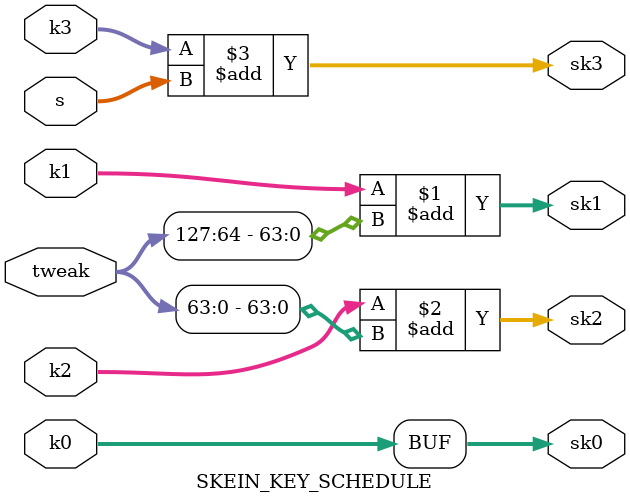
<source format=v>
module SKEIN_KEY_SCHEDULE(k0, 
                          k1, 
                          k2, 
                          k3, 
                          tweak, 
                          s, 
                          sk0, 
                          sk1, 
                          sk2, 
                          sk3);
input  [ 63:0] k0;
input  [ 63:0] k1;
input  [ 63:0] k2;
input  [ 63:0] k3;
input  [127:0] tweak;
input  [  4:0] s;
output [ 63:0] sk0;
output [ 63:0] sk1;
output [ 63:0] sk2;
output [ 63:0] sk3;

assign sk0 = k0;
assign sk1 = k1 + tweak[127:64];
assign sk2 = k2 + tweak[63:0];
assign sk3 = k3 + s;

endmodule




</source>
